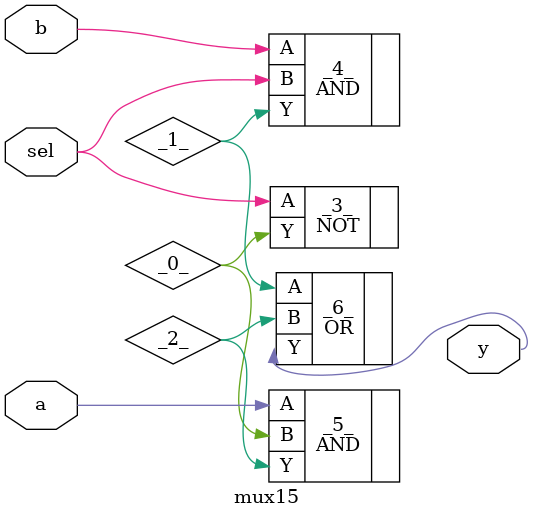
<source format=v>
/* Generated by Yosys 0.41+83 (git sha1 7045cf509, x86_64-w64-mingw32-g++ 13.2.1 -Os) */

/* cells_not_processed =  1  */
/* src = "mux15.v:2.1-12.10" */
module mux15(a, b, sel, y);
  wire _0_;
  wire _1_;
  wire _2_;
  /* src = "mux15.v:2.21-2.22" */
  input a;
  wire a;
  /* src = "mux15.v:2.24-2.25" */
  input b;
  wire b;
  /* src = "mux15.v:2.27-2.30" */
  input sel;
  wire sel;
  /* src = "mux15.v:3.32-3.33" */
  output y;
  wire y;
  NOT _3_ (
    .A(sel),
    .Y(_0_)
  );
  AND _4_ (
    .A(b),
    .B(sel),
    .Y(_1_)
  );
  AND _5_ (
    .A(a),
    .B(_0_),
    .Y(_2_)
  );
  OR _6_ (
    .A(_1_),
    .B(_2_),
    .Y(y)
  );
endmodule

</source>
